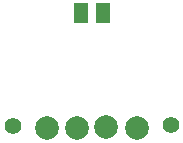
<source format=gbr>
G04 DipTrace 3.2.0.1*
G04 BottomMask.gbr*
%MOIN*%
G04 #@! TF.FileFunction,Soldermask,Bot*
G04 #@! TF.Part,Single*
%ADD27C,0.055118*%
%ADD30C,0.07874*%
%ADD32R,0.047244X0.033465*%
%FSLAX26Y26*%
G04*
G70*
G90*
G75*
G01*
G04 BotMask*
%LPD*%
D27*
X263780Y-334646D3*
X-263780Y-335827D3*
D32*
X35827Y55906D3*
X-35039D3*
X35827Y22441D3*
X-35039D3*
D30*
X150000Y-342520D3*
X48425Y-340945D3*
X-50000Y-342520D3*
X-150000D3*
M02*

</source>
